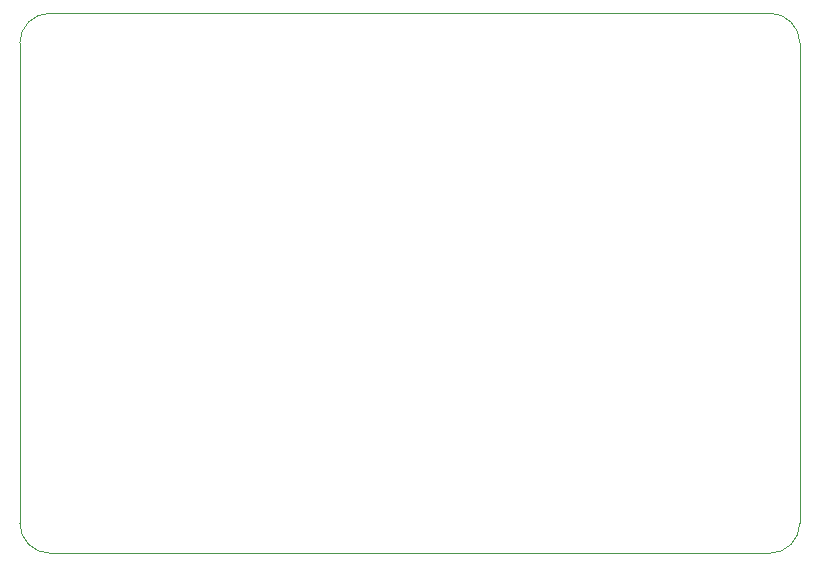
<source format=gbr>
%TF.GenerationSoftware,KiCad,Pcbnew,(5.1.7)-1*%
%TF.CreationDate,2020-10-25T16:34:14+08:00*%
%TF.ProjectId,MuseDash-Peaches2,4d757365-4461-4736-982d-506561636865,rev?*%
%TF.SameCoordinates,Original*%
%TF.FileFunction,Profile,NP*%
%FSLAX46Y46*%
G04 Gerber Fmt 4.6, Leading zero omitted, Abs format (unit mm)*
G04 Created by KiCad (PCBNEW (5.1.7)-1) date 2020-10-25 16:34:14*
%MOMM*%
%LPD*%
G01*
G04 APERTURE LIST*
%TA.AperFunction,Profile*%
%ADD10C,0.050000*%
%TD*%
G04 APERTURE END LIST*
D10*
X166116000Y-97536000D02*
G75*
G02*
X163576000Y-100076000I-2540000J0D01*
G01*
X100076000Y-97536000D02*
G75*
G03*
X102616000Y-100076000I2540000J0D01*
G01*
X100076000Y-56896000D02*
G75*
G02*
X102616000Y-54356000I2540000J0D01*
G01*
X166116000Y-56896000D02*
G75*
G03*
X163576000Y-54356000I-2540000J0D01*
G01*
X100076000Y-56896000D02*
X100076000Y-97536000D01*
X163576000Y-54356000D02*
X102616000Y-54356000D01*
X166116000Y-97536000D02*
X166116000Y-56896000D01*
X102616000Y-100076000D02*
X163576000Y-100076000D01*
M02*

</source>
